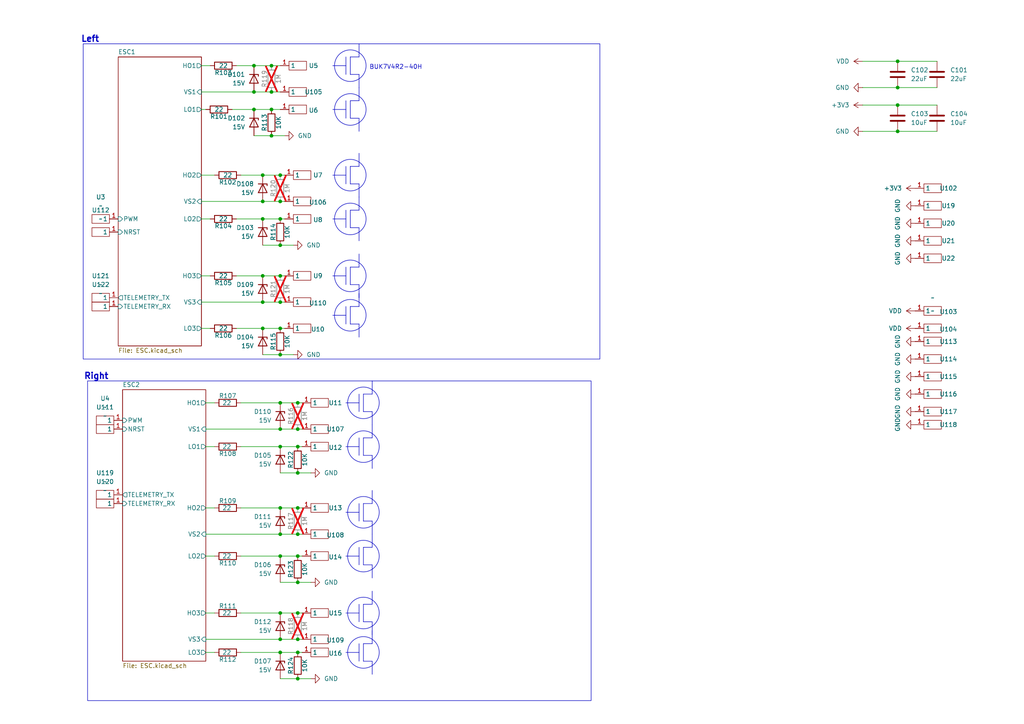
<source format=kicad_sch>
(kicad_sch (version 20250114) (generator "eeschema") (generator_version "9.0")
  (paper "A4")
  (lib_symbols
    (symbol "+3V3_1" (power) (pin_numbers (hide yes)) (pin_names (offset 0) (hide yes))
      (property "Value" "+3V3" (at 0 3.556 0))
      (symbol "+3V3_1_0_1"
        (polyline (pts (xy -0.762 1.27) (xy 0 2.54)))
        (polyline (pts (xy 0 2.54) (xy 0.762 1.27)))
        (polyline (pts (xy 0 0) (xy 0 2.54)))
      )
      (symbol "+3V3_1_1_1"
        (pin power_in line (at 0 0 90) (length 0) (name "~") (number "1"))
      )
    )
    (symbol "Castilated_Hole:Castilated_Hole"
      (property "Reference" "U" (at 1.778 0 0))
      (symbol "Castilated_Hole_0_1"
        (rectangle (start -1.27 1.27) (end 3.81 -1.27))
      )
      (symbol "Castilated_Hole_1_1"
        (pin bidirectional line (at -3.81 0 0) (length 2.54) (name "1") (number "1"))
      )
    )
    (symbol "Device:C" (pin_numbers (hide yes)) (pin_names (offset 0.254))
      (property "Reference" "C" (at 0.635 2.54 0))
      (property "Value" "C" (at 0.635 -2.54 0))
      (symbol "C_0_1"
        (polyline (pts (xy -2.032 0.762) (xy 2.032 0.762)) (stroke (width 0.508)))
        (polyline (pts (xy -2.032 -0.762) (xy 2.032 -0.762)) (stroke (width 0.508)))
      )
      (symbol "C_1_1"
        (pin passive line (at 0 3.81 270) (length 2.794) (name "~") (number "1"))
        (pin passive line (at 0 -3.81 90) (length 2.794) (name "~") (number "2"))
      )
    )
    (symbol "Device:D_Zener" (pin_numbers (hide yes)) (pin_names (offset 1.016) (hide yes))
      (property "Reference" "D" (at 0 2.54 0))
      (property "Value" "D_Zener" (at 0 -2.54 0))
      (symbol "D_Zener_0_1"
        (polyline (pts (xy -1.27 -1.27) (xy -1.27 1.27) (xy -0.762 1.27)) (stroke (width 0.254)))
        (polyline (pts (xy 1.27 0) (xy -1.27 0)))
        (polyline (pts (xy 1.27 -1.27) (xy 1.27 1.27) (xy -1.27 0) (xy 1.27 -1.27)) (stroke (width 0.254)))
      )
      (symbol "D_Zener_1_1"
        (pin passive line (at -3.81 0 0) (length 2.54) (name "K") (number "1"))
        (pin passive line (at 3.81 0 180) (length 2.54) (name "A") (number "2"))
      )
    )
    (symbol "Device:R" (pin_numbers (hide yes)) (pin_names (offset 0))
      (property "Reference" "R" (at 2.032 0 90))
      (property "Value" "R" (at 0 0 90))
      (symbol "R_0_1"
        (rectangle (start -1.016 -2.54) (end 1.016 2.54) (stroke (width 0.254)))
      )
      (symbol "R_1_1"
        (pin passive line (at 0 3.81 270) (length 1.27) (name "~") (number "1"))
        (pin passive line (at 0 -3.81 90) (length 1.27) (name "~") (number "2"))
      )
    )
    (symbol "GND_2" (power) (pin_numbers (hide yes)) (pin_names (offset 0) (hide yes))
      (property "Value" "GND" (at 0 -3.81 0))
      (symbol "GND_2_0_1"
        (polyline (pts (xy 0 0) (xy 0 -1.27) (xy 1.27 -1.27) (xy 0 -2.54) (xy -1.27 -1.27) (xy 0 -1.27)))
      )
      (symbol "GND_2_1_1"
        (pin power_in line (at 0 0 270) (length 0) (name "~") (number "1"))
      )
    )
    (symbol "power:+3V3" (power) (pin_names (offset 0))
      (property "Value" "+3V3" (at 0 3.556 0))
      (symbol "+3V3_0_1"
        (polyline (pts (xy -0.762 1.27) (xy 0 2.54)))
        (polyline (pts (xy 0 2.54) (xy 0.762 1.27)))
        (polyline (pts (xy 0 0) (xy 0 2.54)))
      )
      (symbol "+3V3_1_1"
        (pin power_in line (at 0 0 90) (length 0) (hide yes) (name "+3V3") (number "1"))
      )
    )
    (symbol "power:GND" (power) (pin_names (offset 0))
      (property "Value" "GND" (at 0 -3.81 0))
      (symbol "GND_0_1"
        (polyline (pts (xy 0 0) (xy 0 -1.27) (xy 1.27 -1.27) (xy 0 -2.54) (xy -1.27 -1.27) (xy 0 -1.27)))
      )
      (symbol "GND_1_1"
        (pin power_in line (at 0 0 270) (length 0) (hide yes) (name "GND") (number "1"))
      )
    )
    (symbol "power:VDD" (power) (pin_names (offset 0))
      (property "Value" "VDD" (at 0 3.81 0))
      (symbol "VDD_0_1"
        (polyline (pts (xy -0.762 1.27) (xy 0 2.54)))
        (polyline (pts (xy 0 2.54) (xy 0.762 1.27)))
        (polyline (pts (xy 0 0) (xy 0 2.54)))
      )
      (symbol "VDD_1_1"
        (pin power_in line (at 0 0 90) (length 0) (hide yes) (name "VDD") (number "1"))
      )
    )
  )
  (circle (center 105.41 189.23) (radius 4.5791))
  (circle (center 105.41 177.8) (radius 4.5791))
  (circle (center 101.6 19.05) (radius 4.5791))
  (circle (center 105.41 129.54) (radius 4.5791))
  (circle (center 105.41 148.59) (radius 4.5791))
  (circle (center 105.41 116.84) (radius 4.5791))
  (circle (center 101.6 80.01) (radius 4.5791))
  (circle (center 101.6 31.75) (radius 4.5791))
  (rectangle (start 24.13 12.7) (end 173.99 104.14))
  (circle (center 101.6 63.5) (radius 4.5791))
  (circle (center 101.6 50.8) (radius 4.5791))
  (circle (center 105.41 161.29) (radius 4.5791))
  (rectangle (start 25.4 110.49) (end 171.45 203.2))
  (circle (center 101.6 91.44) (radius 4.5791))
  (text "Right" (at 27.94 109.22 0) (effects (font (size 1.778 1.778) (thickness 0.3556) (bold yes))))
  (text "BUK7V4R2-40H" (at 114.808 19.558 0) (effects (font (size 1.27 1.27))))
  (text "Left" (at 26.162 11.43 0) (effects (font (size 1.778 1.778) (thickness 0.3556) (bold yes))))
  (junction (at 86.36 116.84))
  (junction (at 78.74 26.67))
  (junction (at 81.28 87.63))
  (junction (at 81.28 71.12))
  (junction (at 76.2 95.25))
  (junction (at 260.35 38.1))
  (junction (at 73.66 19.05))
  (junction (at 86.36 177.8))
  (junction (at 86.36 137.16))
  (junction (at 81.28 161.29))
  (junction (at 81.28 147.32))
  (junction (at 76.2 58.42))
  (junction (at 81.28 63.5))
  (junction (at 76.2 63.5))
  (junction (at 86.36 185.42))
  (junction (at 81.28 177.8))
  (junction (at 260.35 25.4))
  (junction (at 86.36 161.29))
  (junction (at 78.74 39.37))
  (junction (at 73.66 31.75))
  (junction (at 86.36 189.23))
  (junction (at 73.66 26.67))
  (junction (at 81.28 102.87))
  (junction (at 78.74 19.05))
  (junction (at 86.36 154.94))
  (junction (at 86.36 196.85))
  (junction (at 260.35 17.78))
  (junction (at 76.2 50.8))
  (junction (at 76.2 87.63))
  (junction (at 81.28 95.25))
  (junction (at 86.36 168.91))
  (junction (at 81.28 189.23))
  (junction (at 81.28 50.8))
  (junction (at 81.28 116.84))
  (junction (at 81.28 80.01))
  (junction (at 81.28 58.42))
  (junction (at 81.28 129.54))
  (junction (at 76.2 80.01))
  (junction (at 81.28 124.46))
  (junction (at 86.36 129.54))
  (junction (at 81.28 185.42))
  (junction (at 78.74 31.75))
  (junction (at 260.35 30.48))
  (junction (at 86.36 147.32))
  (junction (at 81.28 154.94))
  (junction (at 86.36 124.46))
  (wire (pts (xy 81.28 177.8) (xy 86.36 177.8)))
  (wire (pts (xy 76.2 95.25) (xy 81.28 95.25)))
  (polyline (pts (xy 104.14 158.75) (xy 104.14 163.83)))
  (polyline (pts (xy 107.95 142.24) (xy 107.95 146.05)))
  (wire (pts (xy 59.69 124.46) (xy 81.28 124.46)))
  (polyline (pts (xy 101.6 21.59) (xy 104.14 21.59)))
  (polyline (pts (xy 105.41 158.75) (xy 105.41 163.83)))
  (polyline (pts (xy 104.14 60.96) (xy 101.6 60.96)))
  (polyline (pts (xy 100.33 77.47) (xy 100.33 82.55)))
  (wire (pts (xy 78.74 19.05) (xy 81.28 19.05)))
  (polyline (pts (xy 96.52 31.75) (xy 100.33 31.75)))
  (wire (pts (xy 81.28 154.94) (xy 86.36 154.94)))
  (polyline (pts (xy 104.14 21.59) (xy 104.14 25.4)))
  (wire (pts (xy 73.66 31.75) (xy 78.74 31.75)))
  (polyline (pts (xy 104.14 66.04) (xy 104.14 69.85)))
  (polyline (pts (xy 107.95 151.13) (xy 107.95 154.94)))
  (wire (pts (xy 81.28 137.16) (xy 86.36 137.16)))
  (wire (pts (xy 86.36 185.42) (xy 87.63 185.42)))
  (wire (pts (xy 58.42 31.75) (xy 59.69 31.75)))
  (polyline (pts (xy 104.14 82.55) (xy 104.14 86.36)))
  (polyline (pts (xy 105.41 180.34) (xy 107.95 180.34)))
  (polyline (pts (xy 104.14 73.66) (xy 104.14 77.47)))
  (wire (pts (xy 69.85 177.8) (xy 81.28 177.8)))
  (polyline (pts (xy 104.14 57.15) (xy 104.14 60.96)))
  (polyline (pts (xy 107.95 119.38) (xy 107.95 123.19)))
  (polyline (pts (xy 96.52 80.01) (xy 100.33 80.01)))
  (polyline (pts (xy 101.6 88.9) (xy 101.6 93.98)))
  (polyline (pts (xy 105.41 191.77) (xy 107.95 191.77)))
  (wire (pts (xy 76.2 87.63) (xy 81.28 87.63)))
  (polyline (pts (xy 107.95 132.08) (xy 107.95 135.89)))
  (polyline (pts (xy 101.6 34.29) (xy 104.14 34.29)))
  (wire (pts (xy 59.69 185.42) (xy 81.28 185.42)))
  (wire (pts (xy 58.42 95.25) (xy 60.96 95.25)))
  (wire (pts (xy 81.28 95.25) (xy 82.55 95.25)))
  (polyline (pts (xy 107.95 163.83) (xy 107.95 167.64)))
  (wire (pts (xy 260.35 17.78) (xy 271.78 17.78)))
  (polyline (pts (xy 105.41 151.13) (xy 107.95 151.13)))
  (polyline (pts (xy 104.14 93.98) (xy 104.14 97.79)))
  (wire (pts (xy 67.31 31.75) (xy 73.66 31.75)))
  (wire (pts (xy 58.42 87.63) (xy 76.2 87.63)))
  (polyline (pts (xy 96.52 50.8) (xy 100.33 50.8)))
  (wire (pts (xy 59.69 161.29) (xy 62.23 161.29)))
  (polyline (pts (xy 104.14 175.26) (xy 104.14 180.34)))
  (wire (pts (xy 68.58 63.5) (xy 76.2 63.5)))
  (polyline (pts (xy 104.14 12.7) (xy 104.14 16.51)))
  (polyline (pts (xy 101.6 29.21) (xy 101.6 34.29)))
  (polyline (pts (xy 105.41 175.26) (xy 105.41 180.34)))
  (polyline (pts (xy 101.6 48.26) (xy 101.6 53.34)))
  (polyline (pts (xy 101.6 53.34) (xy 104.14 53.34)))
  (wire (pts (xy 78.74 31.75) (xy 81.28 31.75)))
  (polyline (pts (xy 107.95 171.45) (xy 107.95 175.26)))
  (wire (pts (xy 59.69 129.54) (xy 62.23 129.54)))
  (polyline (pts (xy 100.33 161.29) (xy 104.14 161.29)))
  (wire (pts (xy 69.85 161.29) (xy 81.28 161.29)))
  (polyline (pts (xy 107.95 114.3) (xy 105.41 114.3)))
  (wire (pts (xy 59.69 189.23) (xy 62.23 189.23)))
  (wire (pts (xy 58.42 63.5) (xy 60.96 63.5)))
  (wire (pts (xy 59.69 116.84) (xy 62.23 116.84)))
  (wire (pts (xy 81.28 147.32) (xy 86.36 147.32)))
  (polyline (pts (xy 100.33 177.8) (xy 104.14 177.8)))
  (polyline (pts (xy 101.6 93.98) (xy 104.14 93.98)))
  (wire (pts (xy 76.2 102.87) (xy 81.28 102.87)))
  (wire (pts (xy 81.28 116.84) (xy 86.36 116.84)))
  (polyline (pts (xy 107.95 158.75) (xy 105.41 158.75)))
  (wire (pts (xy 68.58 95.25) (xy 76.2 95.25)))
  (polyline (pts (xy 96.52 91.44) (xy 100.33 91.44)))
  (polyline (pts (xy 100.33 29.21) (xy 100.33 34.29)))
  (polyline (pts (xy 107.95 191.77) (xy 107.95 195.58)))
  (polyline (pts (xy 100.33 189.23) (xy 104.14 189.23)))
  (polyline (pts (xy 104.14 44.45) (xy 104.14 48.26)))
  (polyline (pts (xy 100.33 116.84) (xy 104.14 116.84)))
  (wire (pts (xy 73.66 39.37) (xy 78.74 39.37)))
  (wire (pts (xy 260.35 30.48) (xy 271.78 30.48)))
  (polyline (pts (xy 104.14 186.69) (xy 104.14 191.77)))
  (wire (pts (xy 81.28 63.5) (xy 82.55 63.5)))
  (wire (pts (xy 58.42 26.67) (xy 73.66 26.67)))
  (wire (pts (xy 76.2 63.5) (xy 81.28 63.5)))
  (wire (pts (xy 58.42 50.8) (xy 62.23 50.8)))
  (polyline (pts (xy 96.52 19.05) (xy 100.33 19.05)))
  (polyline (pts (xy 101.6 66.04) (xy 104.14 66.04)))
  (wire (pts (xy 86.36 137.16) (xy 90.17 137.16)))
  (wire (pts (xy 69.85 189.23) (xy 81.28 189.23)))
  (polyline (pts (xy 107.95 182.88) (xy 107.95 186.69)))
  (polyline (pts (xy 104.14 34.29) (xy 104.14 38.1)))
  (wire (pts (xy 58.42 19.05) (xy 60.96 19.05)))
  (polyline (pts (xy 107.95 175.26) (xy 105.41 175.26)))
  (wire (pts (xy 86.36 161.29) (xy 87.63 161.29)))
  (polyline (pts (xy 105.41 119.38) (xy 107.95 119.38)))
  (wire (pts (xy 81.28 87.63) (xy 82.55 87.63)))
  (polyline (pts (xy 100.33 16.51) (xy 100.33 21.59)))
  (wire (pts (xy 81.28 189.23) (xy 86.36 189.23)))
  (polyline (pts (xy 104.14 53.34) (xy 104.14 57.15)))
  (wire (pts (xy 81.28 58.42) (xy 82.55 58.42)))
  (wire (pts (xy 69.85 50.8) (xy 76.2 50.8)))
  (wire (pts (xy 81.28 196.85) (xy 86.36 196.85)))
  (polyline (pts (xy 105.41 132.08) (xy 107.95 132.08)))
  (wire (pts (xy 81.28 102.87) (xy 85.09 102.87)))
  (wire (pts (xy 250.19 17.78) (xy 260.35 17.78)))
  (wire (pts (xy 250.19 38.1) (xy 260.35 38.1)))
  (wire (pts (xy 86.36 189.23) (xy 87.63 189.23)))
  (wire (pts (xy 86.36 129.54) (xy 87.63 129.54)))
  (wire (pts (xy 69.85 129.54) (xy 81.28 129.54)))
  (wire (pts (xy 73.66 26.67) (xy 78.74 26.67)))
  (polyline (pts (xy 105.41 146.05) (xy 105.41 151.13)))
  (wire (pts (xy 81.28 80.01) (xy 82.55 80.01)))
  (wire (pts (xy 87.63 116.84) (xy 86.36 116.84)))
  (wire (pts (xy 76.2 71.12) (xy 81.28 71.12)))
  (wire (pts (xy 68.58 19.05) (xy 73.66 19.05)))
  (wire (pts (xy 81.28 168.91) (xy 86.36 168.91)))
  (polyline (pts (xy 100.33 148.59) (xy 104.14 148.59)))
  (polyline (pts (xy 104.14 48.26) (xy 101.6 48.26)))
  (polyline (pts (xy 104.14 25.4) (xy 104.14 29.21)))
  (polyline (pts (xy 104.14 85.09) (xy 104.14 88.9)))
  (wire (pts (xy 81.28 185.42) (xy 86.36 185.42)))
  (wire (pts (xy 81.28 50.8) (xy 82.55 50.8)))
  (polyline (pts (xy 105.41 163.83) (xy 107.95 163.83)))
  (polyline (pts (xy 101.6 82.55) (xy 104.14 82.55)))
  (polyline (pts (xy 104.14 127) (xy 104.14 132.08)))
  (wire (pts (xy 69.85 116.84) (xy 81.28 116.84)))
  (polyline (pts (xy 104.14 29.21) (xy 101.6 29.21)))
  (wire (pts (xy 86.36 168.91) (xy 90.17 168.91)))
  (wire (pts (xy 81.28 124.46) (xy 86.36 124.46)))
  (polyline (pts (xy 105.41 186.69) (xy 105.41 191.77)))
  (wire (pts (xy 69.85 147.32) (xy 81.28 147.32)))
  (polyline (pts (xy 107.95 154.94) (xy 107.95 158.75)))
  (wire (pts (xy 78.74 39.37) (xy 82.55 39.37)))
  (polyline (pts (xy 107.95 186.69) (xy 105.41 186.69)))
  (wire (pts (xy 59.69 154.94) (xy 81.28 154.94)))
  (wire (pts (xy 250.19 25.4) (xy 260.35 25.4)))
  (polyline (pts (xy 105.41 114.3) (xy 105.41 119.38)))
  (wire (pts (xy 86.36 154.94) (xy 87.63 154.94)))
  (wire (pts (xy 86.36 124.46) (xy 87.63 124.46)))
  (polyline (pts (xy 100.33 48.26) (xy 100.33 53.34)))
  (polyline (pts (xy 101.6 60.96) (xy 101.6 66.04)))
  (wire (pts (xy 260.35 38.1) (xy 271.78 38.1)))
  (polyline (pts (xy 107.95 110.49) (xy 107.95 114.3)))
  (wire (pts (xy 68.58 80.01) (xy 76.2 80.01)))
  (polyline (pts (xy 104.14 77.47) (xy 101.6 77.47)))
  (wire (pts (xy 76.2 58.42) (xy 81.28 58.42)))
  (wire (pts (xy 59.69 177.8) (xy 62.23 177.8)))
  (wire (pts (xy 76.2 50.8) (xy 81.28 50.8)))
  (polyline (pts (xy 100.33 60.96) (xy 100.33 66.04)))
  (polyline (pts (xy 101.6 77.47) (xy 101.6 82.55)))
  (wire (pts (xy 260.35 25.4) (xy 271.78 25.4)))
  (polyline (pts (xy 107.95 146.05) (xy 105.41 146.05)))
  (wire (pts (xy 86.36 147.32) (xy 87.63 147.32)))
  (wire (pts (xy 86.36 196.85) (xy 90.17 196.85)))
  (wire (pts (xy 78.74 26.67) (xy 81.28 26.67)))
  (polyline (pts (xy 107.95 180.34) (xy 107.95 184.15)))
  (wire (pts (xy 86.36 177.8) (xy 87.63 177.8)))
  (wire (pts (xy 73.66 19.05) (xy 78.74 19.05)))
  (wire (pts (xy 58.42 80.01) (xy 60.96 80.01)))
  (wire (pts (xy 81.28 161.29) (xy 86.36 161.29)))
  (wire (pts (xy 76.2 80.01) (xy 81.28 80.01)))
  (polyline (pts (xy 104.14 114.3) (xy 104.14 119.38)))
  (wire (pts (xy 250.19 30.48) (xy 260.35 30.48)))
  (polyline (pts (xy 100.33 129.54) (xy 104.14 129.54)))
  (polyline (pts (xy 104.14 146.05) (xy 104.14 151.13)))
  (wire (pts (xy 81.28 129.54) (xy 86.36 129.54)))
  (polyline (pts (xy 104.14 88.9) (xy 101.6 88.9)))
  (polyline (pts (xy 105.41 127) (xy 105.41 132.08)))
  (polyline (pts (xy 100.33 88.9) (xy 100.33 93.98)))
  (wire (pts (xy 59.69 147.32) (xy 62.23 147.32)))
  (polyline (pts (xy 101.6 16.51) (xy 101.6 21.59)))
  (wire (pts (xy 58.42 58.42) (xy 76.2 58.42)))
  (polyline (pts (xy 96.52 63.5) (xy 100.33 63.5)))
  (wire (pts (xy 81.28 71.12) (xy 85.09 71.12)))
  (polyline (pts (xy 107.95 127) (xy 105.41 127)))
  (polyline (pts (xy 107.95 123.19) (xy 107.95 127)))
  (polyline (pts (xy 104.14 16.51) (xy 101.6 16.51)))
  (symbol (lib_name "GND_2") (lib_id "power:GND") (at 90.17 196.85 90) (unit 1)
    (property "Reference" "#PWR0120" (effects (hide yes)))
    (property "Value" "GND" (at 93.98 196.8499 90) (effects (justify right)))
    (property "Description" "Power symbol creates a global label with name \"GND\" , ground" (effects (hide yes)))
  )
  (symbol (lib_id "Castilated_Hole:Castilated_Hole") (at 85.09 19.05 0) (unit 1)
    (property "Reference" "U5" (at 90.932 19.05 0))
    (property "Footprint" "Castltated_hole:Castlated_Hole" (effects (hide yes)))
  )
  (symbol (lib_id "power:GND") (at 265.43 59.69 270) (unit 1)
    (property "Reference" "#PWR021" (effects (hide yes)))
    (property "Value" "GND" (at 260.35 59.69 0))
  )
  (symbol (lib_id "Device:D_Zener") (at 73.66 35.56 270) (unit 1)
    (property "Reference" "D102" (at 71.12 34.2899 90) (effects (justify right)))
    (property "Value" "15V" (at 71.12 36.8299 90) (effects (justify right)))
    (property "Footprint" "Diode_SMD:D_0402_1005Metric" (effects (hide yes)))
    (property "Description" "BZT52B15LP-7B" (effects (hide yes)))
  )
  (symbol (lib_id "Device:D_Zener") (at 76.2 67.31 270) (unit 1)
    (property "Reference" "D103" (at 73.66 66.0399 90) (effects (justify right)))
    (property "Value" "15V" (at 73.66 68.5799 90) (effects (justify right)))
    (property "Footprint" "Diode_SMD:D_0402_1005Metric" (effects (hide yes)))
    (property "Description" "BZT52B15LP-7B" (effects (hide yes)))
  )
  (symbol (lib_id "Castilated_Hole:Castilated_Hole") (at 86.36 50.8 0) (unit 1)
    (property "Reference" "U7" (at 92.202 50.8 0))
    (property "Footprint" "Castltated_hole:Castlated_Hole" (effects (hide yes)))
  )
  (symbol (lib_id "power:GND") (at 265.43 119.38 270) (unit 1)
    (property "Reference" "#PWR0109" (effects (hide yes)))
    (property "Value" "GND" (at 260.35 119.38 0))
  )
  (symbol (lib_id "Castilated_Hole:Castilated_Hole") (at 269.24 59.69 0) (unit 1)
    (property "Reference" "U19" (at 275.082 59.69 0))
    (property "Footprint" "Castltated_hole:Castlated_Hole" (effects (hide yes)))
  )
  (symbol (lib_id "Device:D_Zener") (at 81.28 151.13 270) (unit 1)
    (property "Reference" "D111" (at 78.74 149.8599 90) (effects (justify right)))
    (property "Value" "15V" (at 78.74 152.3999 90) (effects (justify right)))
    (property "Footprint" "Diode_SMD:D_0402_1005Metric" (effects (hide yes)))
    (property "Description" "BZT52B15LP-7B" (effects (hide yes)))
  )
  (symbol (lib_name "+3V3_1") (lib_id "power:+3V3") (at 250.19 30.48 90) (unit 1)
    (property "Reference" "#PWR0114" (effects (hide yes)))
    (property "Value" "+3V3" (at 246.38 30.4799 90) (effects (justify left)))
    (property "Description" "Power symbol creates a global label with name \"+3V3\"" (effects (hide yes)))
  )
  (symbol (lib_id "Device:R") (at 64.77 80.01 90) (mirror x) (unit 1)
    (property "Reference" "R105" (at 64.77 82.042 90))
    (property "Value" "22" (at 64.77 80.01 90))
    (property "Footprint" "Resistor_SMD:R_0402_1005Metric" (effects (hide yes)))
    (property "Description" "Resistor" (effects (hide yes)))
  )
  (symbol (lib_id "Castilated_Hole:Castilated_Hole") (at 269.24 69.85 0) (unit 1)
    (property "Reference" "U21" (at 275.082 69.85 0))
    (property "Footprint" "Castltated_hole:Castlated_Hole" (effects (hide yes)))
  )
  (symbol (lib_id "Device:R") (at 66.04 147.32 90) (unit 1)
    (property "Reference" "R109" (at 66.04 145.288 90))
    (property "Value" "22" (at 65.786 147.32 90))
    (property "Footprint" "Resistor_SMD:R_0402_1005Metric" (effects (hide yes)))
    (property "Description" "Resistor" (effects (hide yes)))
  )
  (symbol (lib_id "power:GND") (at 265.43 64.77 270) (unit 1)
    (property "Reference" "#PWR022" (effects (hide yes)))
    (property "Value" "GND" (at 260.35 64.77 0))
  )
  (symbol (lib_id "Device:R") (at 66.04 50.8 90) (mirror x) (unit 1)
    (property "Reference" "R102" (at 66.04 52.832 90))
    (property "Value" "22" (at 66.04 50.8 90))
    (property "Footprint" "Resistor_SMD:R_0402_1005Metric" (effects (hide yes)))
    (property "Description" "Resistor" (effects (hide yes)))
  )
  (symbol (lib_id "Device:R") (at 81.28 83.82 0) (mirror y) (unit 1) (dnp yes)
    (property "Reference" "R121" (at 79.248 83.82 90))
    (property "Value" "1M" (at 83.312 83.82 90))
    (property "Footprint" "Resistor_SMD:R_0402_1005Metric" (effects (hide yes)))
    (property "Description" "Resistor" (effects (hide yes)))
  )
  (symbol (lib_id "Castilated_Hole:Castilated_Hole") (at 91.44 189.23 0) (unit 1)
    (property "Reference" "U16" (at 97.282 189.484 0))
    (property "Footprint" "Castltated_hole:Castlated_Hole" (effects (hide yes)))
  )
  (symbol (lib_name "GND_2") (lib_id "power:GND") (at 85.09 102.87 90) (unit 1)
    (property "Reference" "#PWR0113" (effects (hide yes)))
    (property "Value" "GND" (at 88.9 102.8699 90) (effects (justify right)))
    (property "Description" "Power symbol creates a global label with name \"GND\" , ground" (effects (hide yes)))
  )
  (symbol (lib_id "Device:D_Zener") (at 81.28 193.04 270) (unit 1)
    (property "Reference" "D107" (at 78.74 191.7699 90) (effects (justify right)))
    (property "Value" "15V" (at 78.74 194.3099 90) (effects (justify right)))
    (property "Footprint" "Diode_SMD:D_0402_1005Metric" (effects (hide yes)))
    (property "Description" "BZT52B15LP-7B" (effects (hide yes)))
  )
  (symbol (lib_id "Device:D_Zener") (at 81.28 181.61 270) (unit 1)
    (property "Reference" "D112" (at 78.74 180.3399 90) (effects (justify right)))
    (property "Value" "15V" (at 78.74 182.8799 90) (effects (justify right)))
    (property "Footprint" "Diode_SMD:D_0402_1005Metric" (effects (hide yes)))
    (property "Description" "BZT52B15LP-7B" (effects (hide yes)))
  )
  (symbol (lib_id "Castilated_Hole:Castilated_Hole") (at 86.36 87.63 0) (unit 1)
    (property "Reference" "U110" (at 92.202 87.884 0))
    (property "Footprint" "Castltated_hole:Castlated_Hole" (effects (hide yes)))
  )
  (symbol (lib_id "Castilated_Hole:Castilated_Hole") (at 269.24 54.61 0) (unit 1)
    (property "Reference" "U102" (at 275.082 54.61 0))
    (property "Footprint" "Castltated_hole:Castlated_Hole" (effects (hide yes)))
  )
  (symbol (lib_id "Device:R") (at 64.77 63.5 90) (mirror x) (unit 1)
    (property "Reference" "R104" (at 64.77 65.532 90))
    (property "Value" "22" (at 64.77 63.5 90))
    (property "Footprint" "Resistor_SMD:R_0402_1005Metric" (effects (hide yes)))
    (property "Description" "Resistor" (effects (hide yes)))
  )
  (symbol (lib_id "Device:R") (at 86.36 133.35 0) (mirror y) (unit 1)
    (property "Reference" "R122" (at 84.328 133.35 90))
    (property "Value" "10K" (at 88.392 133.35 90))
    (property "Footprint" "Resistor_SMD:R_0402_1005Metric" (effects (hide yes)))
    (property "Description" "Resistor" (effects (hide yes)))
  )
  (symbol (lib_id "power:VDD") (at 265.43 90.17 90) (unit 1)
    (property "Reference" "#PWR0103" (effects (hide yes)))
    (property "Value" "VDD" (at 261.62 90.17 90) (effects (justify left)))
  )
  (symbol (lib_id "Device:R") (at 78.74 35.56 0) (mirror y) (unit 1)
    (property "Reference" "R113" (at 76.708 35.56 90))
    (property "Value" "10K" (at 80.772 35.56 90))
    (property "Footprint" "Resistor_SMD:R_0402_1005Metric" (effects (hide yes)))
    (property "Description" "Resistor" (effects (hide yes)))
  )
  (symbol (lib_id "Castilated_Hole:Castilated_Hole") (at 269.24 90.17 0) (unit 1)
    (property "Reference" "U103" (at 275.082 90.424 0))
    (property "Value" "~" (at 270.51 86.36 0))
    (property "Footprint" "Castltated_hole:Castlated_Hole" (effects (hide yes)))
  )
  (symbol (lib_id "power:GND") (at 265.43 109.22 270) (unit 1)
    (property "Reference" "#PWR0107" (effects (hide yes)))
    (property "Value" "GND" (at 260.35 109.22 0))
  )
  (symbol (lib_id "Castilated_Hole:Castilated_Hole") (at 30.48 63.5 0) (mirror y) (unit 1)
    (property "Reference" "U3" (at 29.21 57.15 0))
    (property "Value" "~" (at 29.21 59.69 0))
    (property "Footprint" "Castltated_hole:Castlated_Hole" (effects (hide yes)))
  )
  (symbol (lib_id "Device:C") (at 271.78 21.59 0) (unit 1)
    (property "Reference" "C101" (at 275.59 20.3199 0) (effects (justify left)))
    (property "Value" "22uF" (at 275.59 22.8599 0) (effects (justify left)))
    (property "Footprint" "Capacitor_SMD:C_0805_2012Metric" (effects (hide yes)))
    (property "Description" "Unpolarized capacitor" (effects (hide yes)))
  )
  (symbol (lib_id "Device:R") (at 86.36 181.61 0) (mirror y) (unit 1) (dnp yes)
    (property "Reference" "R118" (at 84.328 181.61 90))
    (property "Value" "1M" (at 88.392 181.61 90))
    (property "Footprint" "Resistor_SMD:R_0402_1005Metric" (effects (hide yes)))
    (property "Description" "Resistor" (effects (hide yes)))
  )
  (symbol (lib_id "Device:R") (at 66.04 129.54 90) (mirror x) (unit 1)
    (property "Reference" "R108" (at 66.04 131.572 90))
    (property "Value" "22" (at 65.786 129.54 90))
    (property "Footprint" "Resistor_SMD:R_0402_1005Metric" (effects (hide yes)))
    (property "Description" "Resistor" (effects (hide yes)))
  )
  (symbol (lib_id "Device:C") (at 260.35 34.29 0) (unit 1)
    (property "Reference" "C103" (at 264.16 33.0199 0) (effects (justify left)))
    (property "Value" "10uF" (at 264.16 35.5599 0) (effects (justify left)))
    (property "Footprint" "Capacitor_SMD:C_0402_1005Metric" (effects (hide yes)))
    (property "Description" "CL05A106MP5NUNC" (effects (hide yes)))
  )
  (symbol (lib_id "Castilated_Hole:Castilated_Hole") (at 91.44 129.54 0) (unit 1)
    (property "Reference" "U12" (at 97.282 129.794 0))
    (property "Footprint" "Castltated_hole:Castlated_Hole" (effects (hide yes)))
  )
  (symbol (lib_id "power:+3V3") (at 265.43 54.61 90) (unit 1)
    (property "Reference" "#PWR0101" (effects (hide yes)))
    (property "Value" "+3V3" (at 261.62 54.61 90) (effects (justify left)))
  )
  (symbol (lib_id "power:VDD") (at 265.43 95.25 90) (unit 1)
    (property "Reference" "#PWR0104" (effects (hide yes)))
    (property "Value" "VDD" (at 261.62 95.25 90) (effects (justify left)))
  )
  (symbol (lib_id "Device:C") (at 271.78 34.29 0) (unit 1)
    (property "Reference" "C104" (at 275.59 33.0199 0) (effects (justify left)))
    (property "Value" "10uF" (at 275.59 35.5599 0) (effects (justify left)))
    (property "Footprint" "Capacitor_SMD:C_0402_1005Metric" (effects (hide yes)))
    (property "Description" "CL05A106MP5NUNC" (effects (hide yes)))
  )
  (symbol (lib_id "Device:D_Zener") (at 76.2 54.61 270) (unit 1)
    (property "Reference" "D108" (at 73.66 53.3399 90) (effects (justify right)))
    (property "Value" "15V" (at 73.66 55.8799 90) (effects (justify right)))
    (property "Footprint" "Diode_SMD:D_0402_1005Metric" (effects (hide yes)))
    (property "Description" "BZT52B15LP-7B" (effects (hide yes)))
  )
  (symbol (lib_name "GND_2") (lib_id "power:GND") (at 250.19 25.4 270) (unit 1)
    (property "Reference" "#PWR0117" (effects (hide yes)))
    (property "Value" "GND" (at 246.38 25.3999 90) (effects (justify right)))
    (property "Description" "Power symbol creates a global label with name \"GND\" , ground" (effects (hide yes)))
  )
  (symbol (lib_id "Device:R") (at 63.5 31.75 90) (mirror x) (unit 1)
    (property "Reference" "R101" (at 63.5 33.782 90))
    (property "Value" "22" (at 63.5 31.75 90))
    (property "Footprint" "Resistor_SMD:R_0402_1005Metric" (effects (hide yes)))
    (property "Description" "Resistor" (effects (hide yes)))
  )
  (symbol (lib_id "Castilated_Hole:Castilated_Hole") (at 91.44 124.46 0) (unit 1)
    (property "Reference" "U107" (at 97.282 124.46 0))
    (property "Footprint" "Castltated_hole:Castlated_Hole" (effects (hide yes)))
  )
  (symbol (lib_id "Castilated_Hole:Castilated_Hole") (at 31.75 143.51 0) (mirror y) (unit 1)
    (property "Reference" "U119" (at 30.48 137.16 0))
    (property "Value" "~" (at 30.48 139.7 0))
    (property "Footprint" "Castltated_hole:Castlated_Hole" (effects (hide yes)))
  )
  (symbol (lib_id "Device:D_Zener") (at 81.28 165.1 270) (unit 1)
    (property "Reference" "D106" (at 78.74 163.8299 90) (effects (justify right)))
    (property "Value" "15V" (at 78.74 166.3699 90) (effects (justify right)))
    (property "Footprint" "Diode_SMD:D_0402_1005Metric" (effects (hide yes)))
    (property "Description" "BZT52B15LP-7B" (effects (hide yes)))
  )
  (symbol (lib_id "Castilated_Hole:Castilated_Hole") (at 85.09 31.75 0) (unit 1)
    (property "Reference" "U6" (at 90.932 32.004 0))
    (property "Footprint" "Castltated_hole:Castlated_Hole" (effects (hide yes)))
  )
  (symbol (lib_id "Castilated_Hole:Castilated_Hole") (at 30.48 67.31 0) (mirror y) (unit 1)
    (property "Reference" "U112" (at 29.21 60.96 0))
    (property "Value" "~" (at 29.21 63.5 0))
    (property "Footprint" "Castltated_hole:Castlated_Hole" (effects (hide yes)))
  )
  (symbol (lib_id "Device:R") (at 66.04 116.84 90) (unit 1)
    (property "Reference" "R107" (at 66.04 114.808 90))
    (property "Value" "22" (at 65.786 116.84 90))
    (property "Footprint" "Resistor_SMD:R_0402_1005Metric" (effects (hide yes)))
    (property "Description" "Resistor" (effects (hide yes)))
  )
  (symbol (lib_id "Castilated_Hole:Castilated_Hole") (at 31.75 124.46 0) (mirror y) (unit 1)
    (property "Reference" "U111" (at 30.48 118.11 0))
    (property "Value" "~" (at 30.48 120.65 0))
    (property "Footprint" "Castltated_hole:Castlated_Hole" (effects (hide yes)))
  )
  (symbol (lib_id "Device:D_Zener") (at 81.28 133.35 270) (unit 1)
    (property "Reference" "D105" (at 78.74 132.0799 90) (effects (justify right)))
    (property "Value" "15V" (at 78.74 134.6199 90) (effects (justify right)))
    (property "Footprint" "Diode_SMD:D_0402_1005Metric" (effects (hide yes)))
    (property "Description" "BZT52B15LP-7B" (effects (hide yes)))
  )
  (symbol (lib_id "Castilated_Hole:Castilated_Hole") (at 269.24 123.19 0) (unit 1)
    (property "Reference" "U118" (at 275.082 123.19 0))
    (property "Footprint" "Castltated_hole:Castlated_Hole" (effects (hide yes)))
  )
  (symbol (lib_id "Castilated_Hole:Castilated_Hole") (at 86.36 63.5 0) (unit 1)
    (property "Reference" "U8" (at 92.202 63.754 0))
    (property "Footprint" "Castltated_hole:Castlated_Hole" (effects (hide yes)))
  )
  (symbol (lib_id "Castilated_Hole:Castilated_Hole") (at 269.24 114.3 0) (unit 1)
    (property "Reference" "U116" (at 275.082 114.3 0))
    (property "Footprint" "Castltated_hole:Castlated_Hole" (effects (hide yes)))
  )
  (symbol (lib_id "Device:D_Zener") (at 73.66 22.86 270) (unit 1)
    (property "Reference" "D101" (at 71.12 21.5899 90) (effects (justify right)))
    (property "Value" "15V" (at 71.12 24.1299 90) (effects (justify right)))
    (property "Footprint" "Diode_SMD:D_0402_1005Metric" (effects (hide yes)))
    (property "Description" "BZT52B15LP-7B" (effects (hide yes)))
  )
  (symbol (lib_id "power:GND") (at 265.43 123.19 270) (unit 1)
    (property "Reference" "#PWR0110" (effects (hide yes)))
    (property "Value" "GND" (at 260.35 123.19 0))
  )
  (symbol (lib_id "Castilated_Hole:Castilated_Hole") (at 86.36 58.42 0) (unit 1)
    (property "Reference" "U106" (at 92.202 58.674 0))
    (property "Footprint" "Castltated_hole:Castlated_Hole" (effects (hide yes)))
  )
  (symbol (lib_name "GND_2") (lib_id "power:GND") (at 82.55 39.37 90) (unit 1)
    (property "Reference" "#PWR0111" (effects (hide yes)))
    (property "Value" "GND" (at 86.36 39.3699 90) (effects (justify right)))
    (property "Description" "Power symbol creates a global label with name \"GND\" , ground" (effects (hide yes)))
  )
  (symbol (lib_id "Device:R") (at 78.74 22.86 0) (mirror y) (unit 1) (dnp yes)
    (property "Reference" "R119" (at 76.708 22.86 90))
    (property "Value" "1M" (at 80.772 22.86 90))
    (property "Footprint" "Resistor_SMD:R_0402_1005Metric" (effects (hide yes)))
    (property "Description" "Resistor" (effects (hide yes)))
  )
  (symbol (lib_name "GND_2") (lib_id "power:GND") (at 90.17 137.16 90) (unit 1)
    (property "Reference" "#PWR0118" (effects (hide yes)))
    (property "Value" "GND" (at 93.98 137.1599 90) (effects (justify right)))
    (property "Description" "Power symbol creates a global label with name \"GND\" , ground" (effects (hide yes)))
  )
  (symbol (lib_id "Castilated_Hole:Castilated_Hole") (at 86.36 80.01 0) (unit 1)
    (property "Reference" "U9" (at 92.202 80.01 0))
    (property "Footprint" "Castltated_hole:Castlated_Hole" (effects (hide yes)))
  )
  (symbol (lib_id "Device:R") (at 86.36 165.1 0) (mirror y) (unit 1)
    (property "Reference" "R123" (at 84.328 165.1 90))
    (property "Value" "10K" (at 88.392 165.1 90))
    (property "Footprint" "Resistor_SMD:R_0402_1005Metric" (effects (hide yes)))
    (property "Description" "Resistor" (effects (hide yes)))
  )
  (symbol (lib_id "Device:R") (at 81.28 54.61 0) (mirror y) (unit 1) (dnp yes)
    (property "Reference" "R120" (at 79.248 54.61 90))
    (property "Value" "1M" (at 83.312 54.61 90))
    (property "Footprint" "Resistor_SMD:R_0402_1005Metric" (effects (hide yes)))
    (property "Description" "Resistor" (effects (hide yes)))
  )
  (symbol (lib_name "GND_2") (lib_id "power:GND") (at 85.09 71.12 90) (unit 1)
    (property "Reference" "#PWR0112" (effects (hide yes)))
    (property "Value" "GND" (at 88.9 71.1199 90) (effects (justify right)))
    (property "Description" "Power symbol creates a global label with name \"GND\" , ground" (effects (hide yes)))
  )
  (symbol (lib_id "Castilated_Hole:Castilated_Hole") (at 269.24 109.22 0) (unit 1)
    (property "Reference" "U115" (at 275.082 109.22 0))
    (property "Footprint" "Castltated_hole:Castlated_Hole" (effects (hide yes)))
  )
  (symbol (lib_id "Device:R") (at 66.04 177.8 90) (unit 1)
    (property "Reference" "R111" (at 66.04 175.768 90))
    (property "Value" "22" (at 65.786 177.8 90))
    (property "Footprint" "Resistor_SMD:R_0402_1005Metric" (effects (hide yes)))
    (property "Description" "Resistor" (effects (hide yes)))
  )
  (symbol (lib_id "Device:R") (at 64.77 95.25 90) (mirror x) (unit 1)
    (property "Reference" "R106" (at 64.77 97.282 90))
    (property "Value" "22" (at 64.77 95.25 90))
    (property "Footprint" "Resistor_SMD:R_0402_1005Metric" (effects (hide yes)))
    (property "Description" "Resistor" (effects (hide yes)))
  )
  (symbol (lib_id "Device:R") (at 66.04 189.23 90) (mirror x) (unit 1)
    (property "Reference" "R112" (at 66.04 191.262 90))
    (property "Value" "22" (at 65.786 189.23 90))
    (property "Footprint" "Resistor_SMD:R_0402_1005Metric" (effects (hide yes)))
    (property "Description" "Resistor" (effects (hide yes)))
  )
  (symbol (lib_id "Castilated_Hole:Castilated_Hole") (at 31.75 121.92 0) (mirror y) (unit 1)
    (property "Reference" "U4" (at 30.48 115.57 0))
    (property "Value" "~" (at 30.48 118.11 0))
    (property "Footprint" "Castltated_hole:Castlated_Hole" (effects (hide yes)))
  )
  (symbol (lib_id "Castilated_Hole:Castilated_Hole") (at 86.36 95.25 0) (unit 1)
    (property "Reference" "U10" (at 92.202 95.504 0))
    (property "Footprint" "Castltated_hole:Castlated_Hole" (effects (hide yes)))
  )
  (symbol (lib_id "Device:R") (at 86.36 151.13 0) (mirror y) (unit 1) (dnp yes)
    (property "Reference" "R117" (at 84.328 151.13 90))
    (property "Value" "1M" (at 88.392 151.13 90))
    (property "Footprint" "Resistor_SMD:R_0402_1005Metric" (effects (hide yes)))
    (property "Description" "Resistor" (effects (hide yes)))
  )
  (symbol (lib_id "Castilated_Hole:Castilated_Hole") (at 269.24 104.14 0) (unit 1)
    (property "Reference" "U114" (at 275.082 104.14 0))
    (property "Footprint" "Castltated_hole:Castlated_Hole" (effects (hide yes)))
  )
  (symbol (lib_id "Castilated_Hole:Castilated_Hole") (at 30.48 86.36 0) (mirror y) (unit 1)
    (property "Reference" "U121" (at 29.21 80.01 0))
    (property "Value" "~" (at 29.21 82.55 0))
    (property "Footprint" "Castltated_hole:Castlated_Hole" (effects (hide yes)))
  )
  (symbol (lib_id "power:GND") (at 265.43 104.14 270) (unit 1)
    (property "Reference" "#PWR0106" (effects (hide yes)))
    (property "Value" "GND" (at 260.35 104.14 0))
  )
  (symbol (lib_id "Device:R") (at 86.36 120.65 0) (mirror y) (unit 1) (dnp yes)
    (property "Reference" "R116" (at 84.328 120.65 90))
    (property "Value" "1M" (at 88.392 120.65 90))
    (property "Footprint" "Resistor_SMD:R_0402_1005Metric" (effects (hide yes)))
    (property "Description" "Resistor" (effects (hide yes)))
  )
  (symbol (lib_id "Device:R") (at 81.28 99.06 0) (mirror y) (unit 1)
    (property "Reference" "R115" (at 79.248 99.06 90))
    (property "Value" "10K" (at 83.312 99.06 90))
    (property "Footprint" "Resistor_SMD:R_0402_1005Metric" (effects (hide yes)))
    (property "Description" "Resistor" (effects (hide yes)))
  )
  (symbol (lib_id "Castilated_Hole:Castilated_Hole") (at 30.48 88.9 0) (mirror y) (unit 1)
    (property "Reference" "U122" (at 29.21 82.55 0))
    (property "Value" "~" (at 29.21 85.09 0))
    (property "Footprint" "Castltated_hole:Castlated_Hole" (effects (hide yes)))
  )
  (symbol (lib_name "GND_2") (lib_id "power:GND") (at 250.19 38.1 270) (unit 1)
    (property "Reference" "#PWR0116" (effects (hide yes)))
    (property "Value" "GND" (at 246.38 38.0999 90) (effects (justify right)))
    (property "Description" "Power symbol creates a global label with name \"GND\" , ground" (effects (hide yes)))
  )
  (symbol (lib_id "Castilated_Hole:Castilated_Hole") (at 269.24 64.77 0) (unit 1)
    (property "Reference" "U20" (at 275.082 64.77 0))
    (property "Footprint" "Castltated_hole:Castlated_Hole" (effects (hide yes)))
  )
  (symbol (lib_id "Device:D_Zener") (at 76.2 83.82 270) (unit 1)
    (property "Reference" "D109" (at 73.66 82.5499 90) (effects (justify right)))
    (property "Value" "15V" (at 73.66 85.0899 90) (effects (justify right)))
    (property "Footprint" "Diode_SMD:D_0402_1005Metric" (effects (hide yes)))
    (property "Description" "BZT52B15LP-7B" (effects (hide yes)))
  )
  (symbol (lib_id "Castilated_Hole:Castilated_Hole") (at 269.24 74.93 0) (unit 1)
    (property "Reference" "U22" (at 275.082 74.93 0))
    (property "Footprint" "Castltated_hole:Castlated_Hole" (effects (hide yes)))
  )
  (symbol (lib_id "power:GND") (at 265.43 114.3 270) (unit 1)
    (property "Reference" "#PWR0108" (effects (hide yes)))
    (property "Value" "GND" (at 260.35 114.3 0))
  )
  (symbol (lib_id "Castilated_Hole:Castilated_Hole") (at 269.24 99.06 0) (unit 1)
    (property "Reference" "U113" (at 275.082 99.06 0))
    (property "Footprint" "Castltated_hole:Castlated_Hole" (effects (hide yes)))
  )
  (symbol (lib_id "Castilated_Hole:Castilated_Hole") (at 91.44 147.32 0) (unit 1)
    (property "Reference" "U13" (at 97.282 147.32 0))
    (property "Footprint" "Castltated_hole:Castlated_Hole" (effects (hide yes)))
  )
  (symbol (lib_id "Castilated_Hole:Castilated_Hole") (at 269.24 95.25 0) (unit 1)
    (property "Reference" "U104" (at 275.082 95.504 0))
    (property "Value" "~" (at 270.51 90.17 0))
    (property "Footprint" "Castltated_hole:Castlated_Hole" (effects (hide yes)))
  )
  (symbol (lib_id "Castilated_Hole:Castilated_Hole") (at 31.75 146.05 0) (mirror y) (unit 1)
    (property "Reference" "U120" (at 30.48 139.7 0))
    (property "Value" "~" (at 30.48 142.24 0))
    (property "Footprint" "Castltated_hole:Castlated_Hole" (effects (hide yes)))
  )
  (symbol (lib_id "power:VDD") (at 250.19 17.78 90) (unit 1)
    (property "Reference" "#PWR0115" (effects (hide yes)))
    (property "Value" "VDD" (at 246.38 17.78 90) (effects (justify left)))
  )
  (symbol (lib_id "Device:R") (at 81.28 67.31 0) (mirror y) (unit 1)
    (property "Reference" "R114" (at 79.248 67.31 90))
    (property "Value" "10K" (at 83.312 67.31 90))
    (property "Footprint" "Resistor_SMD:R_0402_1005Metric" (effects (hide yes)))
    (property "Description" "Resistor" (effects (hide yes)))
  )
  (symbol (lib_id "Castilated_Hole:Castilated_Hole") (at 91.44 116.84 0) (unit 1)
    (property "Reference" "U11" (at 97.282 116.84 0))
    (property "Footprint" "Castltated_hole:Castlated_Hole" (effects (hide yes)))
  )
  (symbol (lib_id "Castilated_Hole:Castilated_Hole") (at 91.44 154.94 0) (unit 1)
    (property "Reference" "U108" (at 97.282 155.194 0))
    (property "Footprint" "Castltated_hole:Castlated_Hole" (effects (hide yes)))
  )
  (symbol (lib_id "Castilated_Hole:Castilated_Hole") (at 85.09 26.67 0) (unit 1)
    (property "Reference" "U105" (at 90.932 26.67 0))
    (property "Footprint" "Castltated_hole:Castlated_Hole" (effects (hide yes)))
  )
  (symbol (lib_id "Device:R") (at 64.77 19.05 90) (mirror x) (unit 1)
    (property "Reference" "R103" (at 64.77 21.082 90))
    (property "Value" "22" (at 64.77 19.05 90))
    (property "Footprint" "Resistor_SMD:R_0402_1005Metric" (effects (hide yes)))
    (property "Description" "Resistor" (effects (hide yes)))
  )
  (symbol (lib_id "Castilated_Hole:Castilated_Hole") (at 91.44 185.42 0) (unit 1)
    (property "Reference" "U109" (at 97.282 185.674 0))
    (property "Footprint" "Castltated_hole:Castlated_Hole" (effects (hide yes)))
  )
  (symbol (lib_id "Device:D_Zener") (at 76.2 99.06 270) (unit 1)
    (property "Reference" "D104" (at 73.66 97.7899 90) (effects (justify right)))
    (property "Value" "15V" (at 73.66 100.3299 90) (effects (justify right)))
    (property "Footprint" "Diode_SMD:D_0402_1005Metric" (effects (hide yes)))
    (property "Description" "BZT52B15LP-7B" (effects (hide yes)))
  )
  (symbol (lib_id "Device:R") (at 66.04 161.29 90) (mirror x) (unit 1)
    (property "Reference" "R110" (at 66.04 163.322 90))
    (property "Value" "22" (at 65.786 161.29 90))
    (property "Footprint" "Resistor_SMD:R_0402_1005Metric" (effects (hide yes)))
    (property "Description" "Resistor" (effects (hide yes)))
  )
  (symbol (lib_id "Device:R") (at 86.36 193.04 0) (mirror y) (unit 1)
    (property "Reference" "R124" (at 84.328 193.04 90))
    (property "Value" "10K" (at 88.392 193.04 90))
    (property "Footprint" "Resistor_SMD:R_0402_1005Metric" (effects (hide yes)))
    (property "Description" "Resistor" (effects (hide yes)))
  )
  (symbol (lib_id "Castilated_Hole:Castilated_Hole") (at 91.44 161.29 0) (unit 1)
    (property "Reference" "U14" (at 97.282 161.544 0))
    (property "Footprint" "Castltated_hole:Castlated_Hole" (effects (hide yes)))
  )
  (symbol (lib_name "GND_2") (lib_id "power:GND") (at 90.17 168.91 90) (unit 1)
    (property "Reference" "#PWR0119" (effects (hide yes)))
    (property "Value" "GND" (at 93.98 168.9099 90) (effects (justify right)))
    (property "Description" "Power symbol creates a global label with name \"GND\" , ground" (effects (hide yes)))
  )
  (symbol (lib_id "Castilated_Hole:Castilated_Hole") (at 91.44 177.8 0) (unit 1)
    (property "Reference" "U15" (at 97.282 177.8 0))
    (property "Footprint" "Castltated_hole:Castlated_Hole" (effects (hide yes)))
  )
  (symbol (lib_id "Device:C") (at 260.35 21.59 0) (unit 1)
    (property "Reference" "C102" (at 264.16 20.3199 0) (effects (justify left)))
    (property "Value" "22uF" (at 264.16 22.8599 0) (effects (justify left)))
    (property "Footprint" "Capacitor_SMD:C_0805_2012Metric" (effects (hide yes)))
    (property "Description" "Unpolarized capacitor" (effects (hide yes)))
  )
  (symbol (lib_id "power:GND") (at 265.43 69.85 270) (unit 1)
    (property "Reference" "#PWR023" (effects (hide yes)))
    (property "Value" "GND" (at 260.35 69.85 0))
  )
  (symbol (lib_id "power:GND") (at 265.43 99.06 270) (unit 1)
    (property "Reference" "#PWR0105" (effects (hide yes)))
    (property "Value" "GND" (at 260.35 99.06 0))
  )
  (symbol (lib_id "Castilated_Hole:Castilated_Hole") (at 269.24 119.38 0) (unit 1)
    (property "Reference" "U117" (at 275.082 119.38 0))
    (property "Footprint" "Castltated_hole:Castlated_Hole" (effects (hide yes)))
  )
  (symbol (lib_id "power:GND") (at 265.43 74.93 270) (unit 1)
    (property "Reference" "#PWR024" (effects (hide yes)))
    (property "Value" "GND" (at 260.35 74.93 0))
  )
  (symbol (lib_id "Device:D_Zener") (at 81.28 120.65 270) (unit 1)
    (property "Reference" "D110" (at 78.74 119.3799 90) (effects (justify right)))
    (property "Value" "15V" (at 78.74 121.9199 90) (effects (justify right)))
    (property "Footprint" "Diode_SMD:D_0402_1005Metric" (effects (hide yes)))
    (property "Description" "BZT52B15LP-7B" (effects (hide yes)))
  )
  (sheet (at 34.29 16.51) (size 24.13 83.82) (stroke (width 0.1524))
    (property "Sheetname" "ESC1" (at 34.29 15.7984 0) (effects (justify left bottom)))
    (property "Sheetfile" "ESC.kicad_sch" (at 34.29 100.9146 0) (effects (justify left top)))
    (pin "HO1" output (at 58.42 19.05 0))
    (pin "HO2" output (at 58.42 50.8 0))
    (pin "HO3" output (at 58.42 80.01 0))
    (pin "LO1" output (at 58.42 31.75 0))
    (pin "LO2" output (at 58.42 63.5 0))
    (pin "LO3" output (at 58.42 95.25 0))
    (pin "PWM" input (at 34.29 63.5 180))
    (pin "VS1" input (at 58.42 26.67 0))
    (pin "VS2" input (at 58.42 58.42 0))
    (pin "VS3" input (at 58.42 87.63 0))
    (pin "NRST" input (at 34.29 67.31 180))
    (pin "TELEMETRY_RX" input (at 34.29 88.9 180))
    (pin "TELEMETRY_TX" output (at 34.29 86.36 180))
  )
  (sheet (at 35.56 113.03) (size 24.13 78.74) (stroke (width 0.1524))
    (property "Sheetname" "ESC2" (at 35.56 112.3184 0) (effects (justify left bottom)))
    (property "Sheetfile" "ESC.kicad_sch" (at 35.56 192.3546 0) (effects (justify left top)))
    (pin "HO1" output (at 59.69 116.84 0))
    (pin "HO2" output (at 59.69 147.32 0))
    (pin "HO3" output (at 59.69 177.8 0))
    (pin "LO1" output (at 59.69 129.54 0))
    (pin "LO2" output (at 59.69 161.29 0))
    (pin "LO3" output (at 59.69 189.23 0))
    (pin "PWM" input (at 35.56 121.92 180))
    (pin "VS1" input (at 59.69 124.46 0))
    (pin "VS2" input (at 59.69 154.94 0))
    (pin "VS3" input (at 59.69 185.42 0))
    (pin "NRST" input (at 35.56 124.46 180))
    (pin "TELEMETRY_RX" input (at 35.56 146.05 180))
    (pin "TELEMETRY_TX" output (at 35.56 143.51 180))
  )
)
</source>
